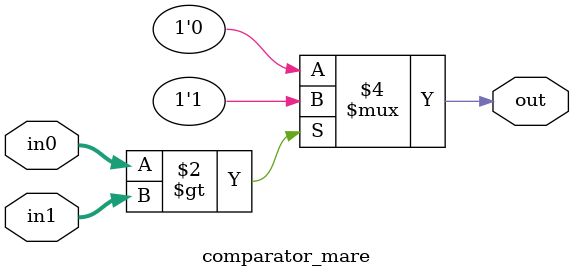
<source format=v>
`timescale 1ns / 1ps

module comparator_mare(
                       input [6:0] in0,
                       input [6:0] in1,
                       output reg out
                       );
                       
    always@(*)begin
        if(in0 > in1)
            out = 1;
        else out = 0;
    end                       
endmodule

</source>
